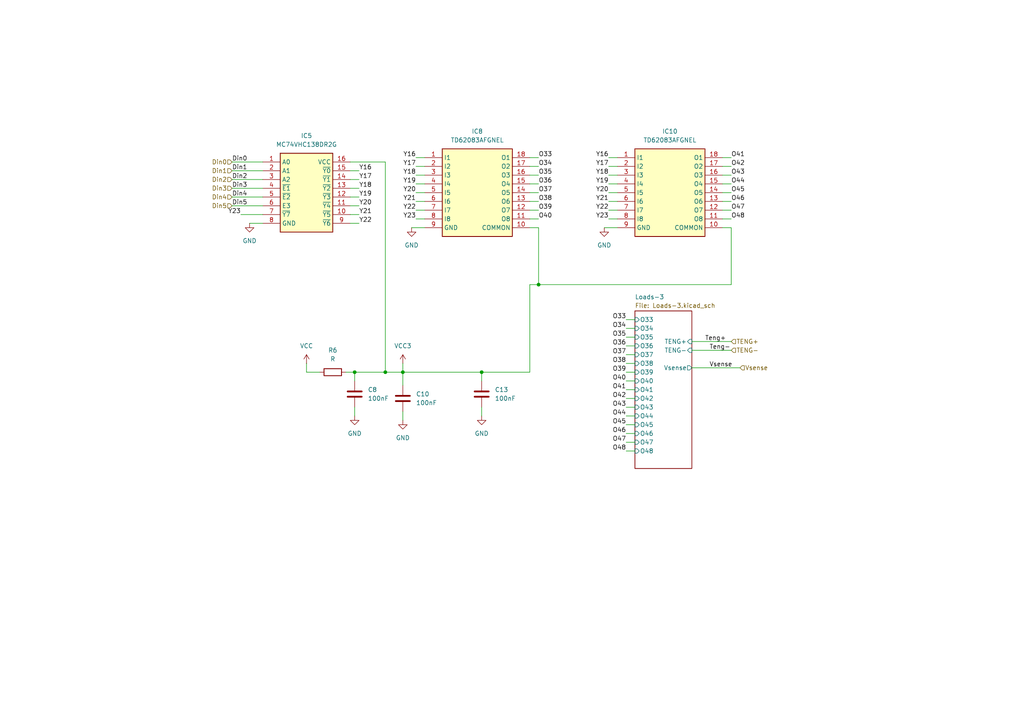
<source format=kicad_sch>
(kicad_sch (version 20231120) (generator "eeschema") (generator_version "8.0")
  (paper "A4")
  (lib_symbols
    (symbol "Device:C" (pin_numbers hide) (pin_names (offset 0.254))
      (property "Reference" "C" (at 0.635 2.54 0))
      (property "Value" "C" (at 0.635 -2.54 0))
      (symbol "C_0_1"
        (polyline (pts (xy -2.032 -0.762) (xy 2.032 -0.762)) (stroke (width 0.508)))
        (polyline (pts (xy -2.032 0.762) (xy 2.032 0.762)) (stroke (width 0.508)))
      )
      (symbol "C_1_1"
        (pin passive line (at 0 3.81 270) (length 2.794) (name "~") (number "1"))
        (pin passive line (at 0 -3.81 90) (length 2.794) (name "~") (number "2"))
      )
    )
    (symbol "Device:R" (pin_numbers hide) (pin_names (offset 0))
      (property "Reference" "R" (at 2.032 0 90))
      (property "Value" "R" (at 0 0 90))
      (symbol "R_0_1"
        (rectangle (start -1.016 -2.54) (end 1.016 2.54) (stroke (width 0.254)))
      )
      (symbol "R_1_1"
        (pin passive line (at 0 3.81 270) (length 1.27) (name "~") (number "1"))
        (pin passive line (at 0 -3.81 90) (length 1.27) (name "~") (number "2"))
      )
    )
    (symbol "SamacSys_Parts:MC74VHC138DR2G"
      (property "Reference" "IC" (at 21.59 7.62 0))
      (property "Value" "MC74VHC138DR2G" (at 21.59 5.08 0))
      (symbol "MC74VHC138DR2G_1_1"
        (rectangle (start 5.08 2.54) (end 20.32 -20.32) (stroke (width 0.254)) (fill (type background)))
        (pin passive line (at 0 0 0) (length 5.08) (name "A0") (number "1"))
        (pin passive line (at 25.4 -15.24 180) (length 5.08) (name "~{Y5}") (number "10"))
        (pin passive line (at 25.4 -12.7 180) (length 5.08) (name "~{Y4}") (number "11"))
        (pin passive line (at 25.4 -10.16 180) (length 5.08) (name "~{Y3}") (number "12"))
        (pin passive line (at 25.4 -7.62 180) (length 5.08) (name "~{Y2}") (number "13"))
        (pin passive line (at 25.4 -5.08 180) (length 5.08) (name "~{Y1}") (number "14"))
        (pin passive line (at 25.4 -2.54 180) (length 5.08) (name "~{Y0}") (number "15"))
        (pin power_in line (at 25.4 0 180) (length 5.08) (name "VCC") (number "16"))
        (pin passive line (at 0 -2.54 0) (length 5.08) (name "A1") (number "2"))
        (pin passive line (at 0 -5.08 0) (length 5.08) (name "A2") (number "3"))
        (pin passive line (at 0 -7.62 0) (length 5.08) (name "~{E1}") (number "4"))
        (pin passive line (at 0 -10.16 0) (length 5.08) (name "~{E2}") (number "5"))
        (pin passive line (at 0 -12.7 0) (length 5.08) (name "E3") (number "6"))
        (pin passive line (at 0 -15.24 0) (length 5.08) (name "~{Y7}") (number "7"))
        (pin power_in line (at 0 -17.78 0) (length 5.08) (name "GND") (number "8"))
        (pin passive line (at 25.4 -17.78 180) (length 5.08) (name "~{Y6}") (number "9"))
      )
    )
    (symbol "SamacSys_Parts:TD62083AFGNEL"
      (property "Reference" "IC" (at 26.67 7.62 0))
      (property "Value" "TD62083AFGNEL" (at 26.67 5.08 0))
      (symbol "TD62083AFGNEL_1_1"
        (rectangle (start 5.08 2.54) (end 25.4 -22.86) (stroke (width 0.254)) (fill (type background)))
        (pin passive line (at 0 0 0) (length 5.08) (name "I1") (number "1"))
        (pin passive line (at 30.48 -20.32 180) (length 5.08) (name "COMMON") (number "10"))
        (pin passive line (at 30.48 -17.78 180) (length 5.08) (name "O8") (number "11"))
        (pin passive line (at 30.48 -15.24 180) (length 5.08) (name "O7") (number "12"))
        (pin passive line (at 30.48 -12.7 180) (length 5.08) (name "O6") (number "13"))
        (pin passive line (at 30.48 -10.16 180) (length 5.08) (name "O5") (number "14"))
        (pin passive line (at 30.48 -7.62 180) (length 5.08) (name "O4") (number "15"))
        (pin passive line (at 30.48 -5.08 180) (length 5.08) (name "O3") (number "16"))
        (pin passive line (at 30.48 -2.54 180) (length 5.08) (name "O2") (number "17"))
        (pin passive line (at 30.48 0 180) (length 5.08) (name "O1") (number "18"))
        (pin passive line (at 0 -2.54 0) (length 5.08) (name "I2") (number "2"))
        (pin passive line (at 0 -5.08 0) (length 5.08) (name "I3") (number "3"))
        (pin passive line (at 0 -7.62 0) (length 5.08) (name "I4") (number "4"))
        (pin passive line (at 0 -10.16 0) (length 5.08) (name "I5") (number "5"))
        (pin passive line (at 0 -12.7 0) (length 5.08) (name "I6") (number "6"))
        (pin passive line (at 0 -15.24 0) (length 5.08) (name "I7") (number "7"))
        (pin passive line (at 0 -17.78 0) (length 5.08) (name "I8") (number "8"))
        (pin passive line (at 0 -20.32 0) (length 5.08) (name "GND") (number "9"))
      )
    )
    (symbol "power:GND" (power) (pin_numbers hide) (pin_names (offset 0) hide)
      (property "Value" "GND" (at 0 -3.81 0))
      (symbol "GND_0_1"
        (polyline (pts (xy 0 0) (xy 0 -1.27) (xy 1.27 -1.27) (xy 0 -2.54) (xy -1.27 -1.27) (xy 0 -1.27)))
      )
      (symbol "GND_1_1"
        (pin power_in line (at 0 0 270) (length 0) (name "~") (number "1"))
      )
    )
    (symbol "power:VCC" (power) (pin_numbers hide) (pin_names (offset 0) hide)
      (property "Value" "VCC" (at 0 3.556 0))
      (symbol "VCC_0_1"
        (polyline (pts (xy -0.762 1.27) (xy 0 2.54)))
        (polyline (pts (xy 0 0) (xy 0 2.54)))
        (polyline (pts (xy 0 2.54) (xy 0.762 1.27)))
      )
      (symbol "VCC_1_1"
        (pin power_in line (at 0 0 90) (length 0) (name "~") (number "1"))
      )
    )
  )
  (junction (at 102.87 107.95))
  (junction (at 116.84 107.95))
  (junction (at 139.7 107.95))
  (junction (at 156.21 82.55))
  (junction (at 111.76 107.95))
  (wire (pts (xy 181.61 130.81) (xy 184.15 130.81)))
  (wire (pts (xy 120.65 60.96) (xy 123.19 60.96)))
  (wire (pts (xy 181.61 118.11) (xy 184.15 118.11)))
  (wire (pts (xy 156.21 50.8) (xy 153.67 50.8)))
  (wire (pts (xy 153.67 82.55) (xy 156.21 82.55)))
  (wire (pts (xy 120.65 58.42) (xy 123.19 58.42)))
  (wire (pts (xy 139.7 107.95) (xy 139.7 110.49)))
  (wire (pts (xy 76.2 64.77) (xy 72.39 64.77)))
  (wire (pts (xy 176.53 53.34) (xy 179.07 53.34)))
  (wire (pts (xy 104.14 64.77) (xy 101.6 64.77)))
  (wire (pts (xy 212.09 50.8) (xy 209.55 50.8)))
  (wire (pts (xy 120.65 55.88) (xy 123.19 55.88)))
  (wire (pts (xy 181.61 95.25) (xy 184.15 95.25)))
  (wire (pts (xy 176.53 55.88) (xy 179.07 55.88)))
  (wire (pts (xy 212.09 60.96) (xy 209.55 60.96)))
  (wire (pts (xy 104.14 57.15) (xy 101.6 57.15)))
  (wire (pts (xy 176.53 45.72) (xy 179.07 45.72)))
  (wire (pts (xy 212.09 66.04) (xy 212.09 82.55)))
  (wire (pts (xy 88.9 107.95) (xy 92.71 107.95)))
  (wire (pts (xy 116.84 107.95) (xy 116.84 111.76)))
  (wire (pts (xy 179.07 66.04) (xy 175.26 66.04)))
  (wire (pts (xy 176.53 48.26) (xy 179.07 48.26)))
  (wire (pts (xy 67.31 46.99) (xy 76.2 46.99)))
  (wire (pts (xy 100.33 107.95) (xy 102.87 107.95)))
  (wire (pts (xy 153.67 66.04) (xy 156.21 66.04)))
  (wire (pts (xy 104.14 54.61) (xy 101.6 54.61)))
  (wire (pts (xy 67.31 52.07) (xy 76.2 52.07)))
  (wire (pts (xy 102.87 107.95) (xy 102.87 110.49)))
  (wire (pts (xy 156.21 63.5) (xy 153.67 63.5)))
  (wire (pts (xy 156.21 82.55) (xy 212.09 82.55)))
  (wire (pts (xy 181.61 107.95) (xy 184.15 107.95)))
  (wire (pts (xy 212.09 55.88) (xy 209.55 55.88)))
  (wire (pts (xy 181.61 128.27) (xy 184.15 128.27)))
  (wire (pts (xy 176.53 58.42) (xy 179.07 58.42)))
  (wire (pts (xy 181.61 97.79) (xy 184.15 97.79)))
  (wire (pts (xy 212.09 48.26) (xy 209.55 48.26)))
  (wire (pts (xy 102.87 120.65) (xy 102.87 118.11)))
  (wire (pts (xy 116.84 107.95) (xy 139.7 107.95)))
  (wire (pts (xy 212.09 63.5) (xy 209.55 63.5)))
  (wire (pts (xy 102.87 107.95) (xy 111.76 107.95)))
  (wire (pts (xy 104.14 52.07) (xy 101.6 52.07)))
  (wire (pts (xy 156.21 66.04) (xy 156.21 82.55)))
  (wire (pts (xy 212.09 101.6) (xy 200.66 101.6)))
  (wire (pts (xy 181.61 120.65) (xy 184.15 120.65)))
  (wire (pts (xy 181.61 110.49) (xy 184.15 110.49)))
  (wire (pts (xy 139.7 120.65) (xy 139.7 118.11)))
  (wire (pts (xy 67.31 54.61) (xy 76.2 54.61)))
  (wire (pts (xy 104.14 62.23) (xy 101.6 62.23)))
  (wire (pts (xy 181.61 113.03) (xy 184.15 113.03)))
  (wire (pts (xy 139.7 107.95) (xy 153.67 107.95)))
  (wire (pts (xy 200.66 99.06) (xy 212.09 99.06)))
  (wire (pts (xy 181.61 115.57) (xy 184.15 115.57)))
  (wire (pts (xy 156.21 45.72) (xy 153.67 45.72)))
  (wire (pts (xy 156.21 53.34) (xy 153.67 53.34)))
  (wire (pts (xy 181.61 92.71) (xy 184.15 92.71)))
  (wire (pts (xy 88.9 105.41) (xy 88.9 107.95)))
  (wire (pts (xy 120.65 48.26) (xy 123.19 48.26)))
  (wire (pts (xy 209.55 66.04) (xy 212.09 66.04)))
  (wire (pts (xy 181.61 123.19) (xy 184.15 123.19)))
  (wire (pts (xy 101.6 46.99) (xy 111.76 46.99)))
  (wire (pts (xy 156.21 58.42) (xy 153.67 58.42)))
  (wire (pts (xy 104.14 59.69) (xy 101.6 59.69)))
  (wire (pts (xy 111.76 46.99) (xy 111.76 107.95)))
  (wire (pts (xy 120.65 63.5) (xy 123.19 63.5)))
  (wire (pts (xy 156.21 60.96) (xy 153.67 60.96)))
  (wire (pts (xy 212.09 58.42) (xy 209.55 58.42)))
  (wire (pts (xy 181.61 105.41) (xy 184.15 105.41)))
  (wire (pts (xy 120.65 50.8) (xy 123.19 50.8)))
  (wire (pts (xy 181.61 102.87) (xy 184.15 102.87)))
  (wire (pts (xy 69.85 62.23) (xy 76.2 62.23)))
  (wire (pts (xy 120.65 53.34) (xy 123.19 53.34)))
  (wire (pts (xy 111.76 107.95) (xy 116.84 107.95)))
  (wire (pts (xy 176.53 63.5) (xy 179.07 63.5)))
  (wire (pts (xy 67.31 49.53) (xy 76.2 49.53)))
  (wire (pts (xy 123.19 66.04) (xy 119.38 66.04)))
  (wire (pts (xy 104.14 49.53) (xy 101.6 49.53)))
  (wire (pts (xy 181.61 125.73) (xy 184.15 125.73)))
  (wire (pts (xy 67.31 57.15) (xy 76.2 57.15)))
  (wire (pts (xy 153.67 107.95) (xy 153.67 82.55)))
  (wire (pts (xy 116.84 121.92) (xy 116.84 119.38)))
  (wire (pts (xy 176.53 60.96) (xy 179.07 60.96)))
  (wire (pts (xy 181.61 100.33) (xy 184.15 100.33)))
  (wire (pts (xy 176.53 50.8) (xy 179.07 50.8)))
  (wire (pts (xy 116.84 105.41) (xy 116.84 107.95)))
  (wire (pts (xy 67.31 59.69) (xy 76.2 59.69)))
  (wire (pts (xy 212.09 53.34) (xy 209.55 53.34)))
  (wire (pts (xy 156.21 48.26) (xy 153.67 48.26)))
  (wire (pts (xy 120.65 45.72) (xy 123.19 45.72)))
  (wire (pts (xy 200.66 106.68) (xy 214.63 106.68)))
  (wire (pts (xy 156.21 55.88) (xy 153.67 55.88)))
  (wire (pts (xy 212.09 45.72) (xy 209.55 45.72)))
  (label "Y17" (at 120.65 48.26 180))
  (label "O39" (at 181.61 107.95 180))
  (label "O38" (at 181.61 105.41 180))
  (label "Y18" (at 120.65 50.8 180))
  (label "Y21" (at 120.65 58.42 180))
  (label "Y23" (at 69.85 62.23 180))
  (label "Y22" (at 104.14 64.77 0))
  (label "O42" (at 212.09 48.26 0))
  (label "Teng+" (at 204.47 99.06 0))
  (label "Y20" (at 120.65 55.88 180))
  (label "Y23" (at 120.65 63.5 180))
  (label "Y22" (at 120.65 60.96 180))
  (label "O44" (at 212.09 53.34 0))
  (label "Y23" (at 176.53 63.5 180))
  (label "Din0" (at 67.31 46.99 0))
  (label "O47" (at 212.09 60.96 0))
  (label "O36" (at 181.61 100.33 180))
  (label "O41" (at 212.09 45.72 0))
  (label "O33" (at 156.21 45.72 0))
  (label "Teng-" (at 205.74 101.6 0))
  (label "O46" (at 181.61 125.73 180))
  (label "Y19" (at 120.65 53.34 180))
  (label "Y19" (at 104.14 57.15 0))
  (label "O34" (at 181.61 95.25 180))
  (label "O35" (at 156.21 50.8 0))
  (label "Y20" (at 176.53 55.88 180))
  (label "O42" (at 181.61 115.57 180))
  (label "Y21" (at 176.53 58.42 180))
  (label "O43" (at 212.09 50.8 0))
  (label "Y20" (at 104.14 59.69 0))
  (label "O41" (at 181.61 113.03 180))
  (label "Y19" (at 176.53 53.34 180))
  (label "Din4" (at 67.31 57.15 0))
  (label "O34" (at 156.21 48.26 0))
  (label "Din1" (at 67.31 49.53 0))
  (label "O40" (at 181.61 110.49 180))
  (label "Y21" (at 104.14 62.23 0))
  (label "Y17" (at 176.53 48.26 180))
  (label "O46" (at 212.09 58.42 0))
  (label "Y18" (at 104.14 54.61 0))
  (label "O44" (at 181.61 120.65 180))
  (label "Vsense" (at 205.74 106.68 0))
  (label "Y22" (at 176.53 60.96 180))
  (label "O38" (at 156.21 58.42 0))
  (label "O47" (at 181.61 128.27 180))
  (label "Y16" (at 104.14 49.53 0))
  (label "O36" (at 156.21 53.34 0))
  (label "O33" (at 181.61 92.71 180))
  (label "Din5" (at 67.31 59.69 0))
  (label "Y16" (at 120.65 45.72 180))
  (label "Y17" (at 104.14 52.07 0))
  (label "O43" (at 181.61 118.11 180))
  (label "Din2" (at 67.31 52.07 0))
  (label "O39" (at 156.21 60.96 0))
  (label "Din3" (at 67.31 54.61 0))
  (label "Y18" (at 176.53 50.8 180))
  (label "O37" (at 156.21 55.88 0))
  (label "O48" (at 212.09 63.5 0))
  (label "O45" (at 212.09 55.88 0))
  (label "O45" (at 181.61 123.19 180))
  (label "O37" (at 181.61 102.87 180))
  (label "Y16" (at 176.53 45.72 180))
  (label "O35" (at 181.61 97.79 180))
  (label "O48" (at 181.61 130.81 180))
  (label "O40" (at 156.21 63.5 0))
  (hierarchical_label "Din0" (shape input) (at 67.31 46.99 180))
  (hierarchical_label "Din1" (shape input) (at 67.31 49.53 180))
  (hierarchical_label "TENG-" (shape input) (at 212.09 101.6 0))
  (hierarchical_label "TENG+" (shape input) (at 212.09 99.06 0))
  (hierarchical_label "Din3" (shape input) (at 67.31 54.61 180))
  (hierarchical_label "Vsense" (shape input) (at 214.63 106.68 0))
  (hierarchical_label "Din4" (shape input) (at 67.31 57.15 180))
  (hierarchical_label "Din5" (shape input) (at 67.31 59.69 180))
  (hierarchical_label "Din2" (shape input) (at 67.31 52.07 180))
  (symbol (lib_id "power:GND") (at 175.26 66.04 0) (unit 1)
    (property "Reference" "#PWR055" (effects (hide yes)))
    (property "Value" "GND" (at 175.26 71.12 0))
    (property "Description" "Power symbol creates a global label with name \"GND\" , ground" (effects (hide yes)))
  )
  (symbol (lib_id "power:VCC") (at 88.9 105.41 0) (unit 1)
    (property "Reference" "#PWR093" (effects (hide yes)))
    (property "Value" "VCC" (at 88.9 100.33 0))
    (property "Description" "Power symbol creates a global label with name \"VCC\"" (effects (hide yes)))
  )
  (symbol (lib_id "power:GND") (at 116.84 121.92 0) (unit 1)
    (property "Reference" "#PWR087" (effects (hide yes)))
    (property "Value" "GND" (at 116.84 127 0))
    (property "Description" "Power symbol creates a global label with name \"GND\" , ground" (effects (hide yes)))
  )
  (symbol (lib_id "power:GND") (at 119.38 66.04 0) (unit 1)
    (property "Reference" "#PWR053" (effects (hide yes)))
    (property "Value" "GND" (at 119.38 71.12 0))
    (property "Description" "Power symbol creates a global label with name \"GND\" , ground" (effects (hide yes)))
  )
  (symbol (lib_id "SamacSys_Parts:TD62083AFGNEL") (at 179.07 45.72 0) (unit 1)
    (property "Reference" "IC10" (at 194.31 38.1 0))
    (property "Value" "TD62083AFGNEL" (at 194.31 40.64 0))
    (property "Footprint" "SOIC127P1030X245-18N" (effects (hide yes)))
    (property "Datasheet" "https://eu.mouser.com/datasheet/2/408/TD62083AFG_datasheet_en_20091001-875843.pdf" (effects (hide yes)))
    (property "Description" "Gate Drivers" (effects (hide yes)))
    (property "Height" "2.45" (effects (hide yes)))
    (property "Manufacturer_Name" "Toshiba" (effects (hide yes)))
    (property "Manufacturer_Part_Number" "TD62083AFGNEL" (effects (hide yes)))
    (property "Mouser Part Number" "N/A" (effects (hide yes)))
    (property "Mouser Price/Stock" "https://www.mouser.co.uk/ProductDetail/Toshiba/TD62083AFGNEL?qs=ZjcfeKH2FJO2XkKSOSlUdg%3D%3D" (effects (hide yes)))
  )
  (symbol (lib_id "Device:C") (at 102.87 114.3 0) (unit 1)
    (property "Reference" "C8" (at 106.68 113.0299 0) (effects (justify left)))
    (property "Value" "100nF" (at 106.68 115.5699 0) (effects (justify left)))
    (property "Footprint" "Capacitor_SMD:C_0805_2012Metric" (effects (hide yes)))
    (property "Description" "Unpolarized capacitor" (effects (hide yes)))
  )
  (symbol (lib_id "Device:R") (at 96.52 107.95 270) (mirror x) (unit 1)
    (property "Reference" "R6" (at 96.52 101.6 90))
    (property "Value" "R" (at 96.52 104.14 90))
    (property "Footprint" "Resistor_SMD:R_0805_2012Metric" (effects (hide yes)))
    (property "Description" "Resistor" (effects (hide yes)))
  )
  (symbol (lib_id "power:GND") (at 102.87 120.65 0) (unit 1)
    (property "Reference" "#PWR052" (effects (hide yes)))
    (property "Value" "GND" (at 102.87 125.73 0))
    (property "Description" "Power symbol creates a global label with name \"GND\" , ground" (effects (hide yes)))
  )
  (symbol (lib_id "power:GND") (at 72.39 64.77 0) (unit 1)
    (property "Reference" "#PWR047" (effects (hide yes)))
    (property "Value" "GND" (at 72.39 69.85 0))
    (property "Description" "Power symbol creates a global label with name \"GND\" , ground" (effects (hide yes)))
  )
  (symbol (lib_id "SamacSys_Parts:MC74VHC138DR2G") (at 76.2 46.99 0) (unit 1)
    (property "Reference" "IC5" (at 88.9 39.37 0))
    (property "Value" "MC74VHC138DR2G" (at 88.9 41.91 0))
    (property "Footprint" "SamacSys_Parts:SOIC127P600X175-16N" (effects (hide yes)))
    (property "Datasheet" "http://www.onsemi.com/pub/Collateral/MC74VHC138-D.PDF" (effects (hide yes)))
    (property "Height" "1.75" (effects (hide yes)))
    (property "Manufacturer_Name" "onsemi" (effects (hide yes)))
    (property "Manufacturer_Part_Number" "MC74VHC138DR2G" (effects (hide yes)))
    (property "Mouser Part Number" "863-MC74VHC138DR2G" (effects (hide yes)))
    (property "Mouser Price/Stock" "https://www.mouser.co.uk/ProductDetail/onsemi/MC74VHC138DR2G?qs=YOLdObVcOZliRjfeSc5aqQ%3D%3D" (effects (hide yes)))
    (property "Arrow Part Number" "MC74VHC138DR2G" (effects (hide yes)))
    (property "Arrow Price/Stock" "https://www.arrow.com/en/products/mc74vhc138dr2g/on-semiconductor?region=nac" (effects (hide yes)))
  )
  (symbol (lib_id "Device:C") (at 139.7 114.3 0) (unit 1)
    (property "Reference" "C13" (at 143.51 113.0299 0) (effects (justify left)))
    (property "Value" "100nF" (at 143.51 115.5699 0) (effects (justify left)))
    (property "Footprint" "Capacitor_SMD:C_0805_2012Metric" (effects (hide yes)))
    (property "Description" "Unpolarized capacitor" (effects (hide yes)))
  )
  (symbol (lib_id "power:VCC") (at 116.84 105.41 0) (unit 1)
    (property "Reference" "#PWR095" (effects (hide yes)))
    (property "Value" "VCC3" (at 116.84 100.33 0))
    (property "Description" "Power symbol creates a global label with name \"VCC\"" (effects (hide yes)))
  )
  (symbol (lib_id "Device:C") (at 116.84 115.57 0) (unit 1)
    (property "Reference" "C10" (at 120.65 114.2999 0) (effects (justify left)))
    (property "Value" "100nF" (at 120.65 116.8399 0) (effects (justify left)))
    (property "Footprint" "Capacitor_SMD:C_0805_2012Metric" (effects (hide yes)))
    (property "Description" "Unpolarized capacitor" (effects (hide yes)))
  )
  (symbol (lib_id "SamacSys_Parts:TD62083AFGNEL") (at 123.19 45.72 0) (unit 1)
    (property "Reference" "IC8" (at 138.43 38.1 0))
    (property "Value" "TD62083AFGNEL" (at 138.43 40.64 0))
    (property "Footprint" "SOIC127P1030X245-18N" (effects (hide yes)))
    (property "Datasheet" "https://eu.mouser.com/datasheet/2/408/TD62083AFG_datasheet_en_20091001-875843.pdf" (effects (hide yes)))
    (property "Description" "Gate Drivers" (effects (hide yes)))
    (property "Height" "2.45" (effects (hide yes)))
    (property "Manufacturer_Name" "Toshiba" (effects (hide yes)))
    (property "Manufacturer_Part_Number" "TD62083AFGNEL" (effects (hide yes)))
    (property "Mouser Part Number" "N/A" (effects (hide yes)))
    (property "Mouser Price/Stock" "https://www.mouser.co.uk/ProductDetail/Toshiba/TD62083AFGNEL?qs=ZjcfeKH2FJO2XkKSOSlUdg%3D%3D" (effects (hide yes)))
  )
  (symbol (lib_id "power:GND") (at 139.7 120.65 0) (unit 1)
    (property "Reference" "#PWR091" (effects (hide yes)))
    (property "Value" "GND" (at 139.7 125.73 0))
    (property "Description" "Power symbol creates a global label with name \"GND\" , ground" (effects (hide yes)))
  )
  (sheet (at 184.15 90.17) (size 16.51 45.72) (stroke (width 0.1524))
    (property "Sheetname" "Loads-3" (at 184.15 86.868 0) (effects (justify left bottom)))
    (property "Sheetfile" "Loads-3.kicad_sch" (at 184.15 87.884 0) (effects (justify left top)))
    (pin "TENG-" input (at 200.66 101.6 0))
    (pin "Vsense" output (at 200.66 106.68 0))
    (pin "TENG+" input (at 200.66 99.06 0))
    (pin "O36" input (at 184.15 100.33 180))
    (pin "O37" input (at 184.15 102.87 180))
    (pin "O38" input (at 184.15 105.41 180))
    (pin "O39" input (at 184.15 107.95 180))
    (pin "O40" input (at 184.15 110.49 180))
    (pin "O41" input (at 184.15 113.03 180))
    (pin "O42" input (at 184.15 115.57 180))
    (pin "O35" input (at 184.15 97.79 180))
    (pin "O33" input (at 184.15 92.71 180))
    (pin "O34" input (at 184.15 95.25 180))
    (pin "O47" input (at 184.15 128.27 180))
    (pin "O48" input (at 184.15 130.81 180))
    (pin "O46" input (at 184.15 125.73 180))
    (pin "O44" input (at 184.15 120.65 180))
    (pin "O43" input (at 184.15 118.11 180))
    (pin "O45" input (at 184.15 123.19 180))
  )
)
</source>
